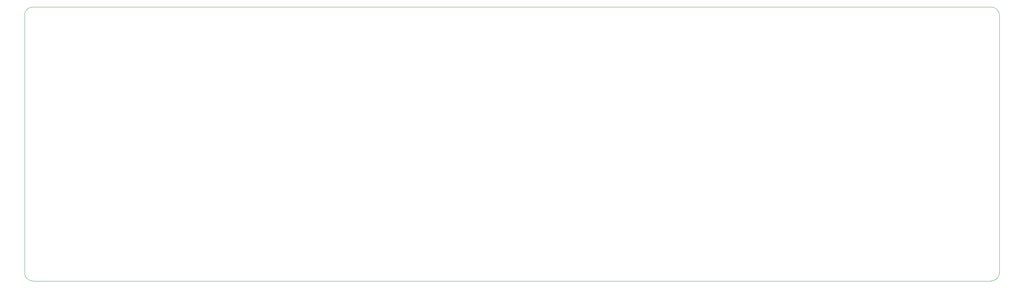
<source format=gbr>
%TF.GenerationSoftware,KiCad,Pcbnew,7.0.2-0*%
%TF.CreationDate,2024-03-30T13:55:00+00:00*%
%TF.ProjectId,cont_board,636f6e74-5f62-46f6-9172-642e6b696361,rev?*%
%TF.SameCoordinates,PX17d7840PY791ddc0*%
%TF.FileFunction,Paste,Bot*%
%TF.FilePolarity,Positive*%
%FSLAX46Y46*%
G04 Gerber Fmt 4.6, Leading zero omitted, Abs format (unit mm)*
G04 Created by KiCad (PCBNEW 7.0.2-0) date 2024-03-30 13:55:00*
%MOMM*%
%LPD*%
G01*
G04 APERTURE LIST*
%TA.AperFunction,Profile*%
%ADD10C,0.100000*%
%TD*%
G04 APERTURE END LIST*
D10*
X0Y2000000D02*
X0Y65000000D01*
X238000000Y65000000D02*
X238000000Y2000000D01*
X2000000Y67000000D02*
X236000000Y67000000D01*
X236000000Y0D02*
X2000000Y0D01*
X236000000Y0D02*
G75*
G03*
X238000000Y2000000I0J2000000D01*
G01*
X2000000Y67000000D02*
G75*
G03*
X0Y65000000I0J-2000000D01*
G01*
X0Y2000000D02*
G75*
G03*
X2000000Y0I2000000J0D01*
G01*
X238000000Y65000000D02*
G75*
G03*
X236000000Y67000000I-2000000J0D01*
G01*
M02*

</source>
